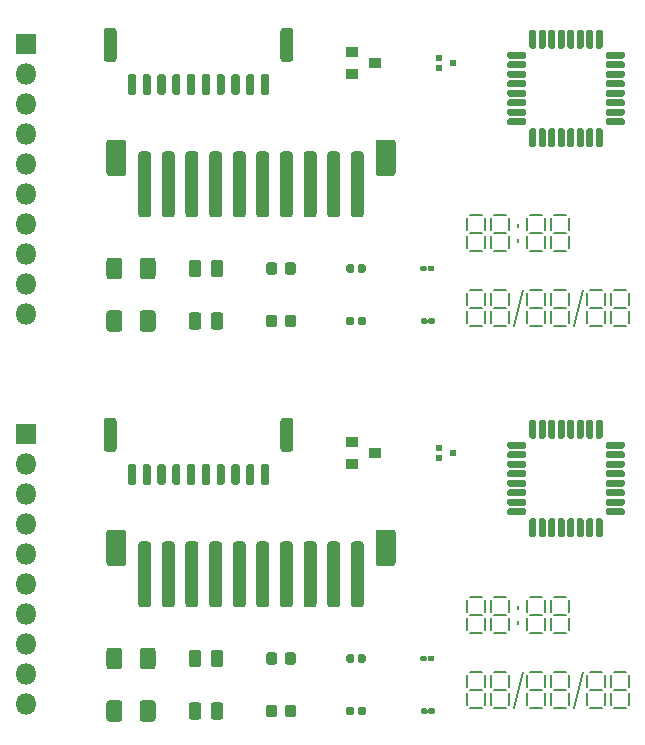
<source format=gbr>
%TF.GenerationSoftware,KiCad,Pcbnew,5.1.6-c6e7f7d~87~ubuntu20.04.1*%
%TF.CreationDate,2020-08-30T17:45:41-04:00*%
%TF.ProjectId,noob_tester,6e6f6f62-5f74-4657-9374-65722e6b6963,rev?*%
%TF.SameCoordinates,Original*%
%TF.FileFunction,Soldermask,Top*%
%TF.FilePolarity,Negative*%
%FSLAX46Y46*%
G04 Gerber Fmt 4.6, Leading zero omitted, Abs format (unit mm)*
G04 Created by KiCad (PCBNEW 5.1.6-c6e7f7d~87~ubuntu20.04.1) date 2020-08-30 17:45:41*
%MOMM*%
%LPD*%
G01*
G04 APERTURE LIST*
%ADD10C,0.150000*%
%ADD11O,1.800000X1.800000*%
%ADD12R,1.800000X1.800000*%
%ADD13R,1.000000X0.900000*%
%ADD14R,0.550000X0.500000*%
%ADD15R,0.550000X0.600000*%
G04 APERTURE END LIST*
D10*
X140716000Y-116205000D02*
X140716000Y-116459000D01*
X140716000Y-114935000D02*
X140716000Y-115189000D01*
X141097000Y-120523000D02*
X140335000Y-123571000D01*
X146177000Y-120523000D02*
X145415000Y-123571000D01*
X148590000Y-120777000D02*
X148590000Y-121793000D01*
X148844000Y-123571000D02*
X149860000Y-123571000D01*
X148590000Y-122301000D02*
X148590000Y-123317000D01*
X148844000Y-122047000D02*
X149860000Y-122047000D01*
X150114000Y-122301000D02*
X150114000Y-123317000D01*
X150114000Y-120777000D02*
X150114000Y-121793000D01*
X148844000Y-120523000D02*
X149860000Y-120523000D01*
X146558000Y-120777000D02*
X146558000Y-121793000D01*
X146812000Y-123571000D02*
X147828000Y-123571000D01*
X146558000Y-122301000D02*
X146558000Y-123317000D01*
X146812000Y-122047000D02*
X147828000Y-122047000D01*
X148082000Y-122301000D02*
X148082000Y-123317000D01*
X148082000Y-120777000D02*
X148082000Y-121793000D01*
X146812000Y-120523000D02*
X147828000Y-120523000D01*
X143510000Y-120777000D02*
X143510000Y-121793000D01*
X143764000Y-123571000D02*
X144780000Y-123571000D01*
X143510000Y-122301000D02*
X143510000Y-123317000D01*
X143764000Y-122047000D02*
X144780000Y-122047000D01*
X145034000Y-122301000D02*
X145034000Y-123317000D01*
X145034000Y-120777000D02*
X145034000Y-121793000D01*
X143764000Y-120523000D02*
X144780000Y-120523000D01*
X141478000Y-120777000D02*
X141478000Y-121793000D01*
X141732000Y-123571000D02*
X142748000Y-123571000D01*
X141478000Y-122301000D02*
X141478000Y-123317000D01*
X141732000Y-122047000D02*
X142748000Y-122047000D01*
X143002000Y-122301000D02*
X143002000Y-123317000D01*
X143002000Y-120777000D02*
X143002000Y-121793000D01*
X141732000Y-120523000D02*
X142748000Y-120523000D01*
X138430000Y-120777000D02*
X138430000Y-121793000D01*
X138684000Y-123571000D02*
X139700000Y-123571000D01*
X138430000Y-122301000D02*
X138430000Y-123317000D01*
X138684000Y-122047000D02*
X139700000Y-122047000D01*
X139954000Y-122301000D02*
X139954000Y-123317000D01*
X139954000Y-120777000D02*
X139954000Y-121793000D01*
X138684000Y-120523000D02*
X139700000Y-120523000D01*
X136398000Y-120777000D02*
X136398000Y-121793000D01*
X136652000Y-123571000D02*
X137668000Y-123571000D01*
X136398000Y-122301000D02*
X136398000Y-123317000D01*
X136652000Y-122047000D02*
X137668000Y-122047000D01*
X137922000Y-122301000D02*
X137922000Y-123317000D01*
X137922000Y-120777000D02*
X137922000Y-121793000D01*
X136652000Y-120523000D02*
X137668000Y-120523000D01*
X143510000Y-114427000D02*
X143510000Y-115443000D01*
X143764000Y-117221000D02*
X144780000Y-117221000D01*
X143510000Y-115951000D02*
X143510000Y-116967000D01*
X143764000Y-115697000D02*
X144780000Y-115697000D01*
X145034000Y-115951000D02*
X145034000Y-116967000D01*
X145034000Y-114427000D02*
X145034000Y-115443000D01*
X143764000Y-114173000D02*
X144780000Y-114173000D01*
X141478000Y-114427000D02*
X141478000Y-115443000D01*
X141732000Y-117221000D02*
X142748000Y-117221000D01*
X141478000Y-115951000D02*
X141478000Y-116967000D01*
X141732000Y-115697000D02*
X142748000Y-115697000D01*
X143002000Y-115951000D02*
X143002000Y-116967000D01*
X143002000Y-114427000D02*
X143002000Y-115443000D01*
X141732000Y-114173000D02*
X142748000Y-114173000D01*
X138430000Y-114427000D02*
X138430000Y-115443000D01*
X138684000Y-117221000D02*
X139700000Y-117221000D01*
X138430000Y-115951000D02*
X138430000Y-116967000D01*
X138684000Y-115697000D02*
X139700000Y-115697000D01*
X139954000Y-115951000D02*
X139954000Y-116967000D01*
X139954000Y-114427000D02*
X139954000Y-115443000D01*
X138684000Y-114173000D02*
X139700000Y-114173000D01*
X136398000Y-114427000D02*
X136398000Y-115443000D01*
X136652000Y-117221000D02*
X137668000Y-117221000D01*
X136398000Y-115951000D02*
X136398000Y-116967000D01*
X136652000Y-115697000D02*
X137668000Y-115697000D01*
X137922000Y-115951000D02*
X137922000Y-116967000D01*
X137922000Y-114427000D02*
X137922000Y-115443000D01*
X136652000Y-114173000D02*
X137668000Y-114173000D01*
X140716000Y-83820000D02*
X140716000Y-84074000D01*
X140716000Y-82550000D02*
X140716000Y-82804000D01*
X141097000Y-88138000D02*
X140335000Y-91186000D01*
X146177000Y-88138000D02*
X145415000Y-91186000D01*
X148590000Y-88392000D02*
X148590000Y-89408000D01*
X148844000Y-91186000D02*
X149860000Y-91186000D01*
X148590000Y-89916000D02*
X148590000Y-90932000D01*
X148844000Y-89662000D02*
X149860000Y-89662000D01*
X150114000Y-89916000D02*
X150114000Y-90932000D01*
X150114000Y-88392000D02*
X150114000Y-89408000D01*
X148844000Y-88138000D02*
X149860000Y-88138000D01*
X146558000Y-88392000D02*
X146558000Y-89408000D01*
X146812000Y-91186000D02*
X147828000Y-91186000D01*
X146558000Y-89916000D02*
X146558000Y-90932000D01*
X146812000Y-89662000D02*
X147828000Y-89662000D01*
X148082000Y-89916000D02*
X148082000Y-90932000D01*
X148082000Y-88392000D02*
X148082000Y-89408000D01*
X146812000Y-88138000D02*
X147828000Y-88138000D01*
X143510000Y-88392000D02*
X143510000Y-89408000D01*
X143764000Y-91186000D02*
X144780000Y-91186000D01*
X143510000Y-89916000D02*
X143510000Y-90932000D01*
X143764000Y-89662000D02*
X144780000Y-89662000D01*
X145034000Y-89916000D02*
X145034000Y-90932000D01*
X145034000Y-88392000D02*
X145034000Y-89408000D01*
X143764000Y-88138000D02*
X144780000Y-88138000D01*
X141478000Y-88392000D02*
X141478000Y-89408000D01*
X141732000Y-91186000D02*
X142748000Y-91186000D01*
X141478000Y-89916000D02*
X141478000Y-90932000D01*
X141732000Y-89662000D02*
X142748000Y-89662000D01*
X143002000Y-89916000D02*
X143002000Y-90932000D01*
X143002000Y-88392000D02*
X143002000Y-89408000D01*
X141732000Y-88138000D02*
X142748000Y-88138000D01*
X138430000Y-88392000D02*
X138430000Y-89408000D01*
X138684000Y-91186000D02*
X139700000Y-91186000D01*
X138430000Y-89916000D02*
X138430000Y-90932000D01*
X138684000Y-89662000D02*
X139700000Y-89662000D01*
X139954000Y-89916000D02*
X139954000Y-90932000D01*
X139954000Y-88392000D02*
X139954000Y-89408000D01*
X138684000Y-88138000D02*
X139700000Y-88138000D01*
X136398000Y-88392000D02*
X136398000Y-89408000D01*
X136652000Y-91186000D02*
X137668000Y-91186000D01*
X136398000Y-89916000D02*
X136398000Y-90932000D01*
X136652000Y-89662000D02*
X137668000Y-89662000D01*
X137922000Y-89916000D02*
X137922000Y-90932000D01*
X137922000Y-88392000D02*
X137922000Y-89408000D01*
X136652000Y-88138000D02*
X137668000Y-88138000D01*
X136398000Y-82042000D02*
X136398000Y-83058000D01*
X136652000Y-84836000D02*
X137668000Y-84836000D01*
X136398000Y-83566000D02*
X136398000Y-84582000D01*
X136652000Y-83312000D02*
X137668000Y-83312000D01*
X137922000Y-83566000D02*
X137922000Y-84582000D01*
X137922000Y-82042000D02*
X137922000Y-83058000D01*
X136652000Y-81788000D02*
X137668000Y-81788000D01*
X138430000Y-82042000D02*
X138430000Y-83058000D01*
X138684000Y-84836000D02*
X139700000Y-84836000D01*
X138430000Y-83566000D02*
X138430000Y-84582000D01*
X138684000Y-83312000D02*
X139700000Y-83312000D01*
X139954000Y-83566000D02*
X139954000Y-84582000D01*
X139954000Y-82042000D02*
X139954000Y-83058000D01*
X138684000Y-81788000D02*
X139700000Y-81788000D01*
X143510000Y-82042000D02*
X143510000Y-83058000D01*
X143764000Y-84836000D02*
X144780000Y-84836000D01*
X143510000Y-83566000D02*
X143510000Y-84582000D01*
X143764000Y-83312000D02*
X144780000Y-83312000D01*
X145034000Y-83566000D02*
X145034000Y-84582000D01*
X145034000Y-82042000D02*
X145034000Y-83058000D01*
X143764000Y-81788000D02*
X144780000Y-81788000D01*
X141732000Y-84836000D02*
X142748000Y-84836000D01*
X141478000Y-83566000D02*
X141478000Y-84582000D01*
X143002000Y-83566000D02*
X143002000Y-84582000D01*
X141732000Y-83312000D02*
X142748000Y-83312000D01*
X141478000Y-82042000D02*
X141478000Y-83058000D01*
X143002000Y-82042000D02*
X143002000Y-83058000D01*
X141732000Y-81788000D02*
X142748000Y-81788000D01*
%TO.C,U1b*%
G36*
G01*
X139805000Y-101490000D02*
X139805000Y-101190000D01*
G75*
G02*
X139955000Y-101040000I150000J0D01*
G01*
X141255000Y-101040000D01*
G75*
G02*
X141405000Y-101190000I0J-150000D01*
G01*
X141405000Y-101490000D01*
G75*
G02*
X141255000Y-101640000I-150000J0D01*
G01*
X139955000Y-101640000D01*
G75*
G02*
X139805000Y-101490000I0J150000D01*
G01*
G37*
G36*
G01*
X139805000Y-102290000D02*
X139805000Y-101990000D01*
G75*
G02*
X139955000Y-101840000I150000J0D01*
G01*
X141255000Y-101840000D01*
G75*
G02*
X141405000Y-101990000I0J-150000D01*
G01*
X141405000Y-102290000D01*
G75*
G02*
X141255000Y-102440000I-150000J0D01*
G01*
X139955000Y-102440000D01*
G75*
G02*
X139805000Y-102290000I0J150000D01*
G01*
G37*
G36*
G01*
X139805000Y-103090000D02*
X139805000Y-102790000D01*
G75*
G02*
X139955000Y-102640000I150000J0D01*
G01*
X141255000Y-102640000D01*
G75*
G02*
X141405000Y-102790000I0J-150000D01*
G01*
X141405000Y-103090000D01*
G75*
G02*
X141255000Y-103240000I-150000J0D01*
G01*
X139955000Y-103240000D01*
G75*
G02*
X139805000Y-103090000I0J150000D01*
G01*
G37*
G36*
G01*
X139805000Y-103890000D02*
X139805000Y-103590000D01*
G75*
G02*
X139955000Y-103440000I150000J0D01*
G01*
X141255000Y-103440000D01*
G75*
G02*
X141405000Y-103590000I0J-150000D01*
G01*
X141405000Y-103890000D01*
G75*
G02*
X141255000Y-104040000I-150000J0D01*
G01*
X139955000Y-104040000D01*
G75*
G02*
X139805000Y-103890000I0J150000D01*
G01*
G37*
G36*
G01*
X139805000Y-104690000D02*
X139805000Y-104390000D01*
G75*
G02*
X139955000Y-104240000I150000J0D01*
G01*
X141255000Y-104240000D01*
G75*
G02*
X141405000Y-104390000I0J-150000D01*
G01*
X141405000Y-104690000D01*
G75*
G02*
X141255000Y-104840000I-150000J0D01*
G01*
X139955000Y-104840000D01*
G75*
G02*
X139805000Y-104690000I0J150000D01*
G01*
G37*
G36*
G01*
X139805000Y-105490000D02*
X139805000Y-105190000D01*
G75*
G02*
X139955000Y-105040000I150000J0D01*
G01*
X141255000Y-105040000D01*
G75*
G02*
X141405000Y-105190000I0J-150000D01*
G01*
X141405000Y-105490000D01*
G75*
G02*
X141255000Y-105640000I-150000J0D01*
G01*
X139955000Y-105640000D01*
G75*
G02*
X139805000Y-105490000I0J150000D01*
G01*
G37*
G36*
G01*
X139805000Y-106290000D02*
X139805000Y-105990000D01*
G75*
G02*
X139955000Y-105840000I150000J0D01*
G01*
X141255000Y-105840000D01*
G75*
G02*
X141405000Y-105990000I0J-150000D01*
G01*
X141405000Y-106290000D01*
G75*
G02*
X141255000Y-106440000I-150000J0D01*
G01*
X139955000Y-106440000D01*
G75*
G02*
X139805000Y-106290000I0J150000D01*
G01*
G37*
G36*
G01*
X139805000Y-107090000D02*
X139805000Y-106790000D01*
G75*
G02*
X139955000Y-106640000I150000J0D01*
G01*
X141255000Y-106640000D01*
G75*
G02*
X141405000Y-106790000I0J-150000D01*
G01*
X141405000Y-107090000D01*
G75*
G02*
X141255000Y-107240000I-150000J0D01*
G01*
X139955000Y-107240000D01*
G75*
G02*
X139805000Y-107090000I0J150000D01*
G01*
G37*
G36*
G01*
X141680000Y-108965000D02*
X141680000Y-107665000D01*
G75*
G02*
X141830000Y-107515000I150000J0D01*
G01*
X142130000Y-107515000D01*
G75*
G02*
X142280000Y-107665000I0J-150000D01*
G01*
X142280000Y-108965000D01*
G75*
G02*
X142130000Y-109115000I-150000J0D01*
G01*
X141830000Y-109115000D01*
G75*
G02*
X141680000Y-108965000I0J150000D01*
G01*
G37*
G36*
G01*
X142480000Y-108965000D02*
X142480000Y-107665000D01*
G75*
G02*
X142630000Y-107515000I150000J0D01*
G01*
X142930000Y-107515000D01*
G75*
G02*
X143080000Y-107665000I0J-150000D01*
G01*
X143080000Y-108965000D01*
G75*
G02*
X142930000Y-109115000I-150000J0D01*
G01*
X142630000Y-109115000D01*
G75*
G02*
X142480000Y-108965000I0J150000D01*
G01*
G37*
G36*
G01*
X143280000Y-108965000D02*
X143280000Y-107665000D01*
G75*
G02*
X143430000Y-107515000I150000J0D01*
G01*
X143730000Y-107515000D01*
G75*
G02*
X143880000Y-107665000I0J-150000D01*
G01*
X143880000Y-108965000D01*
G75*
G02*
X143730000Y-109115000I-150000J0D01*
G01*
X143430000Y-109115000D01*
G75*
G02*
X143280000Y-108965000I0J150000D01*
G01*
G37*
G36*
G01*
X144080000Y-108965000D02*
X144080000Y-107665000D01*
G75*
G02*
X144230000Y-107515000I150000J0D01*
G01*
X144530000Y-107515000D01*
G75*
G02*
X144680000Y-107665000I0J-150000D01*
G01*
X144680000Y-108965000D01*
G75*
G02*
X144530000Y-109115000I-150000J0D01*
G01*
X144230000Y-109115000D01*
G75*
G02*
X144080000Y-108965000I0J150000D01*
G01*
G37*
G36*
G01*
X144880000Y-108965000D02*
X144880000Y-107665000D01*
G75*
G02*
X145030000Y-107515000I150000J0D01*
G01*
X145330000Y-107515000D01*
G75*
G02*
X145480000Y-107665000I0J-150000D01*
G01*
X145480000Y-108965000D01*
G75*
G02*
X145330000Y-109115000I-150000J0D01*
G01*
X145030000Y-109115000D01*
G75*
G02*
X144880000Y-108965000I0J150000D01*
G01*
G37*
G36*
G01*
X145680000Y-108965000D02*
X145680000Y-107665000D01*
G75*
G02*
X145830000Y-107515000I150000J0D01*
G01*
X146130000Y-107515000D01*
G75*
G02*
X146280000Y-107665000I0J-150000D01*
G01*
X146280000Y-108965000D01*
G75*
G02*
X146130000Y-109115000I-150000J0D01*
G01*
X145830000Y-109115000D01*
G75*
G02*
X145680000Y-108965000I0J150000D01*
G01*
G37*
G36*
G01*
X146480000Y-108965000D02*
X146480000Y-107665000D01*
G75*
G02*
X146630000Y-107515000I150000J0D01*
G01*
X146930000Y-107515000D01*
G75*
G02*
X147080000Y-107665000I0J-150000D01*
G01*
X147080000Y-108965000D01*
G75*
G02*
X146930000Y-109115000I-150000J0D01*
G01*
X146630000Y-109115000D01*
G75*
G02*
X146480000Y-108965000I0J150000D01*
G01*
G37*
G36*
G01*
X147280000Y-108965000D02*
X147280000Y-107665000D01*
G75*
G02*
X147430000Y-107515000I150000J0D01*
G01*
X147730000Y-107515000D01*
G75*
G02*
X147880000Y-107665000I0J-150000D01*
G01*
X147880000Y-108965000D01*
G75*
G02*
X147730000Y-109115000I-150000J0D01*
G01*
X147430000Y-109115000D01*
G75*
G02*
X147280000Y-108965000I0J150000D01*
G01*
G37*
G36*
G01*
X148155000Y-107090000D02*
X148155000Y-106790000D01*
G75*
G02*
X148305000Y-106640000I150000J0D01*
G01*
X149605000Y-106640000D01*
G75*
G02*
X149755000Y-106790000I0J-150000D01*
G01*
X149755000Y-107090000D01*
G75*
G02*
X149605000Y-107240000I-150000J0D01*
G01*
X148305000Y-107240000D01*
G75*
G02*
X148155000Y-107090000I0J150000D01*
G01*
G37*
G36*
G01*
X148155000Y-106290000D02*
X148155000Y-105990000D01*
G75*
G02*
X148305000Y-105840000I150000J0D01*
G01*
X149605000Y-105840000D01*
G75*
G02*
X149755000Y-105990000I0J-150000D01*
G01*
X149755000Y-106290000D01*
G75*
G02*
X149605000Y-106440000I-150000J0D01*
G01*
X148305000Y-106440000D01*
G75*
G02*
X148155000Y-106290000I0J150000D01*
G01*
G37*
G36*
G01*
X148155000Y-105490000D02*
X148155000Y-105190000D01*
G75*
G02*
X148305000Y-105040000I150000J0D01*
G01*
X149605000Y-105040000D01*
G75*
G02*
X149755000Y-105190000I0J-150000D01*
G01*
X149755000Y-105490000D01*
G75*
G02*
X149605000Y-105640000I-150000J0D01*
G01*
X148305000Y-105640000D01*
G75*
G02*
X148155000Y-105490000I0J150000D01*
G01*
G37*
G36*
G01*
X148155000Y-104690000D02*
X148155000Y-104390000D01*
G75*
G02*
X148305000Y-104240000I150000J0D01*
G01*
X149605000Y-104240000D01*
G75*
G02*
X149755000Y-104390000I0J-150000D01*
G01*
X149755000Y-104690000D01*
G75*
G02*
X149605000Y-104840000I-150000J0D01*
G01*
X148305000Y-104840000D01*
G75*
G02*
X148155000Y-104690000I0J150000D01*
G01*
G37*
G36*
G01*
X148155000Y-103890000D02*
X148155000Y-103590000D01*
G75*
G02*
X148305000Y-103440000I150000J0D01*
G01*
X149605000Y-103440000D01*
G75*
G02*
X149755000Y-103590000I0J-150000D01*
G01*
X149755000Y-103890000D01*
G75*
G02*
X149605000Y-104040000I-150000J0D01*
G01*
X148305000Y-104040000D01*
G75*
G02*
X148155000Y-103890000I0J150000D01*
G01*
G37*
G36*
G01*
X148155000Y-103090000D02*
X148155000Y-102790000D01*
G75*
G02*
X148305000Y-102640000I150000J0D01*
G01*
X149605000Y-102640000D01*
G75*
G02*
X149755000Y-102790000I0J-150000D01*
G01*
X149755000Y-103090000D01*
G75*
G02*
X149605000Y-103240000I-150000J0D01*
G01*
X148305000Y-103240000D01*
G75*
G02*
X148155000Y-103090000I0J150000D01*
G01*
G37*
G36*
G01*
X148155000Y-102290000D02*
X148155000Y-101990000D01*
G75*
G02*
X148305000Y-101840000I150000J0D01*
G01*
X149605000Y-101840000D01*
G75*
G02*
X149755000Y-101990000I0J-150000D01*
G01*
X149755000Y-102290000D01*
G75*
G02*
X149605000Y-102440000I-150000J0D01*
G01*
X148305000Y-102440000D01*
G75*
G02*
X148155000Y-102290000I0J150000D01*
G01*
G37*
G36*
G01*
X148155000Y-101490000D02*
X148155000Y-101190000D01*
G75*
G02*
X148305000Y-101040000I150000J0D01*
G01*
X149605000Y-101040000D01*
G75*
G02*
X149755000Y-101190000I0J-150000D01*
G01*
X149755000Y-101490000D01*
G75*
G02*
X149605000Y-101640000I-150000J0D01*
G01*
X148305000Y-101640000D01*
G75*
G02*
X148155000Y-101490000I0J150000D01*
G01*
G37*
G36*
G01*
X147280000Y-100615000D02*
X147280000Y-99315000D01*
G75*
G02*
X147430000Y-99165000I150000J0D01*
G01*
X147730000Y-99165000D01*
G75*
G02*
X147880000Y-99315000I0J-150000D01*
G01*
X147880000Y-100615000D01*
G75*
G02*
X147730000Y-100765000I-150000J0D01*
G01*
X147430000Y-100765000D01*
G75*
G02*
X147280000Y-100615000I0J150000D01*
G01*
G37*
G36*
G01*
X146480000Y-100615000D02*
X146480000Y-99315000D01*
G75*
G02*
X146630000Y-99165000I150000J0D01*
G01*
X146930000Y-99165000D01*
G75*
G02*
X147080000Y-99315000I0J-150000D01*
G01*
X147080000Y-100615000D01*
G75*
G02*
X146930000Y-100765000I-150000J0D01*
G01*
X146630000Y-100765000D01*
G75*
G02*
X146480000Y-100615000I0J150000D01*
G01*
G37*
G36*
G01*
X145680000Y-100615000D02*
X145680000Y-99315000D01*
G75*
G02*
X145830000Y-99165000I150000J0D01*
G01*
X146130000Y-99165000D01*
G75*
G02*
X146280000Y-99315000I0J-150000D01*
G01*
X146280000Y-100615000D01*
G75*
G02*
X146130000Y-100765000I-150000J0D01*
G01*
X145830000Y-100765000D01*
G75*
G02*
X145680000Y-100615000I0J150000D01*
G01*
G37*
G36*
G01*
X144880000Y-100615000D02*
X144880000Y-99315000D01*
G75*
G02*
X145030000Y-99165000I150000J0D01*
G01*
X145330000Y-99165000D01*
G75*
G02*
X145480000Y-99315000I0J-150000D01*
G01*
X145480000Y-100615000D01*
G75*
G02*
X145330000Y-100765000I-150000J0D01*
G01*
X145030000Y-100765000D01*
G75*
G02*
X144880000Y-100615000I0J150000D01*
G01*
G37*
G36*
G01*
X144080000Y-100615000D02*
X144080000Y-99315000D01*
G75*
G02*
X144230000Y-99165000I150000J0D01*
G01*
X144530000Y-99165000D01*
G75*
G02*
X144680000Y-99315000I0J-150000D01*
G01*
X144680000Y-100615000D01*
G75*
G02*
X144530000Y-100765000I-150000J0D01*
G01*
X144230000Y-100765000D01*
G75*
G02*
X144080000Y-100615000I0J150000D01*
G01*
G37*
G36*
G01*
X143280000Y-100615000D02*
X143280000Y-99315000D01*
G75*
G02*
X143430000Y-99165000I150000J0D01*
G01*
X143730000Y-99165000D01*
G75*
G02*
X143880000Y-99315000I0J-150000D01*
G01*
X143880000Y-100615000D01*
G75*
G02*
X143730000Y-100765000I-150000J0D01*
G01*
X143430000Y-100765000D01*
G75*
G02*
X143280000Y-100615000I0J150000D01*
G01*
G37*
G36*
G01*
X142480000Y-100615000D02*
X142480000Y-99315000D01*
G75*
G02*
X142630000Y-99165000I150000J0D01*
G01*
X142930000Y-99165000D01*
G75*
G02*
X143080000Y-99315000I0J-150000D01*
G01*
X143080000Y-100615000D01*
G75*
G02*
X142930000Y-100765000I-150000J0D01*
G01*
X142630000Y-100765000D01*
G75*
G02*
X142480000Y-100615000I0J150000D01*
G01*
G37*
G36*
G01*
X141680000Y-100615000D02*
X141680000Y-99315000D01*
G75*
G02*
X141830000Y-99165000I150000J0D01*
G01*
X142130000Y-99165000D01*
G75*
G02*
X142280000Y-99315000I0J-150000D01*
G01*
X142280000Y-100615000D01*
G75*
G02*
X142130000Y-100765000I-150000J0D01*
G01*
X141830000Y-100765000D01*
G75*
G02*
X141680000Y-100615000I0J150000D01*
G01*
G37*
%TD*%
%TO.C,U1a*%
G36*
G01*
X141680000Y-67595000D02*
X141680000Y-66295000D01*
G75*
G02*
X141830000Y-66145000I150000J0D01*
G01*
X142130000Y-66145000D01*
G75*
G02*
X142280000Y-66295000I0J-150000D01*
G01*
X142280000Y-67595000D01*
G75*
G02*
X142130000Y-67745000I-150000J0D01*
G01*
X141830000Y-67745000D01*
G75*
G02*
X141680000Y-67595000I0J150000D01*
G01*
G37*
G36*
G01*
X142480000Y-67595000D02*
X142480000Y-66295000D01*
G75*
G02*
X142630000Y-66145000I150000J0D01*
G01*
X142930000Y-66145000D01*
G75*
G02*
X143080000Y-66295000I0J-150000D01*
G01*
X143080000Y-67595000D01*
G75*
G02*
X142930000Y-67745000I-150000J0D01*
G01*
X142630000Y-67745000D01*
G75*
G02*
X142480000Y-67595000I0J150000D01*
G01*
G37*
G36*
G01*
X143280000Y-67595000D02*
X143280000Y-66295000D01*
G75*
G02*
X143430000Y-66145000I150000J0D01*
G01*
X143730000Y-66145000D01*
G75*
G02*
X143880000Y-66295000I0J-150000D01*
G01*
X143880000Y-67595000D01*
G75*
G02*
X143730000Y-67745000I-150000J0D01*
G01*
X143430000Y-67745000D01*
G75*
G02*
X143280000Y-67595000I0J150000D01*
G01*
G37*
G36*
G01*
X144080000Y-67595000D02*
X144080000Y-66295000D01*
G75*
G02*
X144230000Y-66145000I150000J0D01*
G01*
X144530000Y-66145000D01*
G75*
G02*
X144680000Y-66295000I0J-150000D01*
G01*
X144680000Y-67595000D01*
G75*
G02*
X144530000Y-67745000I-150000J0D01*
G01*
X144230000Y-67745000D01*
G75*
G02*
X144080000Y-67595000I0J150000D01*
G01*
G37*
G36*
G01*
X144880000Y-67595000D02*
X144880000Y-66295000D01*
G75*
G02*
X145030000Y-66145000I150000J0D01*
G01*
X145330000Y-66145000D01*
G75*
G02*
X145480000Y-66295000I0J-150000D01*
G01*
X145480000Y-67595000D01*
G75*
G02*
X145330000Y-67745000I-150000J0D01*
G01*
X145030000Y-67745000D01*
G75*
G02*
X144880000Y-67595000I0J150000D01*
G01*
G37*
G36*
G01*
X145680000Y-67595000D02*
X145680000Y-66295000D01*
G75*
G02*
X145830000Y-66145000I150000J0D01*
G01*
X146130000Y-66145000D01*
G75*
G02*
X146280000Y-66295000I0J-150000D01*
G01*
X146280000Y-67595000D01*
G75*
G02*
X146130000Y-67745000I-150000J0D01*
G01*
X145830000Y-67745000D01*
G75*
G02*
X145680000Y-67595000I0J150000D01*
G01*
G37*
G36*
G01*
X146480000Y-67595000D02*
X146480000Y-66295000D01*
G75*
G02*
X146630000Y-66145000I150000J0D01*
G01*
X146930000Y-66145000D01*
G75*
G02*
X147080000Y-66295000I0J-150000D01*
G01*
X147080000Y-67595000D01*
G75*
G02*
X146930000Y-67745000I-150000J0D01*
G01*
X146630000Y-67745000D01*
G75*
G02*
X146480000Y-67595000I0J150000D01*
G01*
G37*
G36*
G01*
X147280000Y-67595000D02*
X147280000Y-66295000D01*
G75*
G02*
X147430000Y-66145000I150000J0D01*
G01*
X147730000Y-66145000D01*
G75*
G02*
X147880000Y-66295000I0J-150000D01*
G01*
X147880000Y-67595000D01*
G75*
G02*
X147730000Y-67745000I-150000J0D01*
G01*
X147430000Y-67745000D01*
G75*
G02*
X147280000Y-67595000I0J150000D01*
G01*
G37*
G36*
G01*
X148155000Y-68470000D02*
X148155000Y-68170000D01*
G75*
G02*
X148305000Y-68020000I150000J0D01*
G01*
X149605000Y-68020000D01*
G75*
G02*
X149755000Y-68170000I0J-150000D01*
G01*
X149755000Y-68470000D01*
G75*
G02*
X149605000Y-68620000I-150000J0D01*
G01*
X148305000Y-68620000D01*
G75*
G02*
X148155000Y-68470000I0J150000D01*
G01*
G37*
G36*
G01*
X148155000Y-69270000D02*
X148155000Y-68970000D01*
G75*
G02*
X148305000Y-68820000I150000J0D01*
G01*
X149605000Y-68820000D01*
G75*
G02*
X149755000Y-68970000I0J-150000D01*
G01*
X149755000Y-69270000D01*
G75*
G02*
X149605000Y-69420000I-150000J0D01*
G01*
X148305000Y-69420000D01*
G75*
G02*
X148155000Y-69270000I0J150000D01*
G01*
G37*
G36*
G01*
X148155000Y-70070000D02*
X148155000Y-69770000D01*
G75*
G02*
X148305000Y-69620000I150000J0D01*
G01*
X149605000Y-69620000D01*
G75*
G02*
X149755000Y-69770000I0J-150000D01*
G01*
X149755000Y-70070000D01*
G75*
G02*
X149605000Y-70220000I-150000J0D01*
G01*
X148305000Y-70220000D01*
G75*
G02*
X148155000Y-70070000I0J150000D01*
G01*
G37*
G36*
G01*
X148155000Y-70870000D02*
X148155000Y-70570000D01*
G75*
G02*
X148305000Y-70420000I150000J0D01*
G01*
X149605000Y-70420000D01*
G75*
G02*
X149755000Y-70570000I0J-150000D01*
G01*
X149755000Y-70870000D01*
G75*
G02*
X149605000Y-71020000I-150000J0D01*
G01*
X148305000Y-71020000D01*
G75*
G02*
X148155000Y-70870000I0J150000D01*
G01*
G37*
G36*
G01*
X148155000Y-71670000D02*
X148155000Y-71370000D01*
G75*
G02*
X148305000Y-71220000I150000J0D01*
G01*
X149605000Y-71220000D01*
G75*
G02*
X149755000Y-71370000I0J-150000D01*
G01*
X149755000Y-71670000D01*
G75*
G02*
X149605000Y-71820000I-150000J0D01*
G01*
X148305000Y-71820000D01*
G75*
G02*
X148155000Y-71670000I0J150000D01*
G01*
G37*
G36*
G01*
X148155000Y-72470000D02*
X148155000Y-72170000D01*
G75*
G02*
X148305000Y-72020000I150000J0D01*
G01*
X149605000Y-72020000D01*
G75*
G02*
X149755000Y-72170000I0J-150000D01*
G01*
X149755000Y-72470000D01*
G75*
G02*
X149605000Y-72620000I-150000J0D01*
G01*
X148305000Y-72620000D01*
G75*
G02*
X148155000Y-72470000I0J150000D01*
G01*
G37*
G36*
G01*
X148155000Y-73270000D02*
X148155000Y-72970000D01*
G75*
G02*
X148305000Y-72820000I150000J0D01*
G01*
X149605000Y-72820000D01*
G75*
G02*
X149755000Y-72970000I0J-150000D01*
G01*
X149755000Y-73270000D01*
G75*
G02*
X149605000Y-73420000I-150000J0D01*
G01*
X148305000Y-73420000D01*
G75*
G02*
X148155000Y-73270000I0J150000D01*
G01*
G37*
G36*
G01*
X148155000Y-74070000D02*
X148155000Y-73770000D01*
G75*
G02*
X148305000Y-73620000I150000J0D01*
G01*
X149605000Y-73620000D01*
G75*
G02*
X149755000Y-73770000I0J-150000D01*
G01*
X149755000Y-74070000D01*
G75*
G02*
X149605000Y-74220000I-150000J0D01*
G01*
X148305000Y-74220000D01*
G75*
G02*
X148155000Y-74070000I0J150000D01*
G01*
G37*
G36*
G01*
X147280000Y-75945000D02*
X147280000Y-74645000D01*
G75*
G02*
X147430000Y-74495000I150000J0D01*
G01*
X147730000Y-74495000D01*
G75*
G02*
X147880000Y-74645000I0J-150000D01*
G01*
X147880000Y-75945000D01*
G75*
G02*
X147730000Y-76095000I-150000J0D01*
G01*
X147430000Y-76095000D01*
G75*
G02*
X147280000Y-75945000I0J150000D01*
G01*
G37*
G36*
G01*
X146480000Y-75945000D02*
X146480000Y-74645000D01*
G75*
G02*
X146630000Y-74495000I150000J0D01*
G01*
X146930000Y-74495000D01*
G75*
G02*
X147080000Y-74645000I0J-150000D01*
G01*
X147080000Y-75945000D01*
G75*
G02*
X146930000Y-76095000I-150000J0D01*
G01*
X146630000Y-76095000D01*
G75*
G02*
X146480000Y-75945000I0J150000D01*
G01*
G37*
G36*
G01*
X145680000Y-75945000D02*
X145680000Y-74645000D01*
G75*
G02*
X145830000Y-74495000I150000J0D01*
G01*
X146130000Y-74495000D01*
G75*
G02*
X146280000Y-74645000I0J-150000D01*
G01*
X146280000Y-75945000D01*
G75*
G02*
X146130000Y-76095000I-150000J0D01*
G01*
X145830000Y-76095000D01*
G75*
G02*
X145680000Y-75945000I0J150000D01*
G01*
G37*
G36*
G01*
X144880000Y-75945000D02*
X144880000Y-74645000D01*
G75*
G02*
X145030000Y-74495000I150000J0D01*
G01*
X145330000Y-74495000D01*
G75*
G02*
X145480000Y-74645000I0J-150000D01*
G01*
X145480000Y-75945000D01*
G75*
G02*
X145330000Y-76095000I-150000J0D01*
G01*
X145030000Y-76095000D01*
G75*
G02*
X144880000Y-75945000I0J150000D01*
G01*
G37*
G36*
G01*
X144080000Y-75945000D02*
X144080000Y-74645000D01*
G75*
G02*
X144230000Y-74495000I150000J0D01*
G01*
X144530000Y-74495000D01*
G75*
G02*
X144680000Y-74645000I0J-150000D01*
G01*
X144680000Y-75945000D01*
G75*
G02*
X144530000Y-76095000I-150000J0D01*
G01*
X144230000Y-76095000D01*
G75*
G02*
X144080000Y-75945000I0J150000D01*
G01*
G37*
G36*
G01*
X143280000Y-75945000D02*
X143280000Y-74645000D01*
G75*
G02*
X143430000Y-74495000I150000J0D01*
G01*
X143730000Y-74495000D01*
G75*
G02*
X143880000Y-74645000I0J-150000D01*
G01*
X143880000Y-75945000D01*
G75*
G02*
X143730000Y-76095000I-150000J0D01*
G01*
X143430000Y-76095000D01*
G75*
G02*
X143280000Y-75945000I0J150000D01*
G01*
G37*
G36*
G01*
X142480000Y-75945000D02*
X142480000Y-74645000D01*
G75*
G02*
X142630000Y-74495000I150000J0D01*
G01*
X142930000Y-74495000D01*
G75*
G02*
X143080000Y-74645000I0J-150000D01*
G01*
X143080000Y-75945000D01*
G75*
G02*
X142930000Y-76095000I-150000J0D01*
G01*
X142630000Y-76095000D01*
G75*
G02*
X142480000Y-75945000I0J150000D01*
G01*
G37*
G36*
G01*
X141680000Y-75945000D02*
X141680000Y-74645000D01*
G75*
G02*
X141830000Y-74495000I150000J0D01*
G01*
X142130000Y-74495000D01*
G75*
G02*
X142280000Y-74645000I0J-150000D01*
G01*
X142280000Y-75945000D01*
G75*
G02*
X142130000Y-76095000I-150000J0D01*
G01*
X141830000Y-76095000D01*
G75*
G02*
X141680000Y-75945000I0J150000D01*
G01*
G37*
G36*
G01*
X139805000Y-74070000D02*
X139805000Y-73770000D01*
G75*
G02*
X139955000Y-73620000I150000J0D01*
G01*
X141255000Y-73620000D01*
G75*
G02*
X141405000Y-73770000I0J-150000D01*
G01*
X141405000Y-74070000D01*
G75*
G02*
X141255000Y-74220000I-150000J0D01*
G01*
X139955000Y-74220000D01*
G75*
G02*
X139805000Y-74070000I0J150000D01*
G01*
G37*
G36*
G01*
X139805000Y-73270000D02*
X139805000Y-72970000D01*
G75*
G02*
X139955000Y-72820000I150000J0D01*
G01*
X141255000Y-72820000D01*
G75*
G02*
X141405000Y-72970000I0J-150000D01*
G01*
X141405000Y-73270000D01*
G75*
G02*
X141255000Y-73420000I-150000J0D01*
G01*
X139955000Y-73420000D01*
G75*
G02*
X139805000Y-73270000I0J150000D01*
G01*
G37*
G36*
G01*
X139805000Y-72470000D02*
X139805000Y-72170000D01*
G75*
G02*
X139955000Y-72020000I150000J0D01*
G01*
X141255000Y-72020000D01*
G75*
G02*
X141405000Y-72170000I0J-150000D01*
G01*
X141405000Y-72470000D01*
G75*
G02*
X141255000Y-72620000I-150000J0D01*
G01*
X139955000Y-72620000D01*
G75*
G02*
X139805000Y-72470000I0J150000D01*
G01*
G37*
G36*
G01*
X139805000Y-71670000D02*
X139805000Y-71370000D01*
G75*
G02*
X139955000Y-71220000I150000J0D01*
G01*
X141255000Y-71220000D01*
G75*
G02*
X141405000Y-71370000I0J-150000D01*
G01*
X141405000Y-71670000D01*
G75*
G02*
X141255000Y-71820000I-150000J0D01*
G01*
X139955000Y-71820000D01*
G75*
G02*
X139805000Y-71670000I0J150000D01*
G01*
G37*
G36*
G01*
X139805000Y-70870000D02*
X139805000Y-70570000D01*
G75*
G02*
X139955000Y-70420000I150000J0D01*
G01*
X141255000Y-70420000D01*
G75*
G02*
X141405000Y-70570000I0J-150000D01*
G01*
X141405000Y-70870000D01*
G75*
G02*
X141255000Y-71020000I-150000J0D01*
G01*
X139955000Y-71020000D01*
G75*
G02*
X139805000Y-70870000I0J150000D01*
G01*
G37*
G36*
G01*
X139805000Y-70070000D02*
X139805000Y-69770000D01*
G75*
G02*
X139955000Y-69620000I150000J0D01*
G01*
X141255000Y-69620000D01*
G75*
G02*
X141405000Y-69770000I0J-150000D01*
G01*
X141405000Y-70070000D01*
G75*
G02*
X141255000Y-70220000I-150000J0D01*
G01*
X139955000Y-70220000D01*
G75*
G02*
X139805000Y-70070000I0J150000D01*
G01*
G37*
G36*
G01*
X139805000Y-69270000D02*
X139805000Y-68970000D01*
G75*
G02*
X139955000Y-68820000I150000J0D01*
G01*
X141255000Y-68820000D01*
G75*
G02*
X141405000Y-68970000I0J-150000D01*
G01*
X141405000Y-69270000D01*
G75*
G02*
X141255000Y-69420000I-150000J0D01*
G01*
X139955000Y-69420000D01*
G75*
G02*
X139805000Y-69270000I0J150000D01*
G01*
G37*
G36*
G01*
X139805000Y-68470000D02*
X139805000Y-68170000D01*
G75*
G02*
X139955000Y-68020000I150000J0D01*
G01*
X141255000Y-68020000D01*
G75*
G02*
X141405000Y-68170000I0J-150000D01*
G01*
X141405000Y-68470000D01*
G75*
G02*
X141255000Y-68620000I-150000J0D01*
G01*
X139955000Y-68620000D01*
G75*
G02*
X139805000Y-68470000I0J150000D01*
G01*
G37*
%TD*%
D11*
%TO.C,J1*%
X99060000Y-90170000D03*
X99060000Y-87630000D03*
X99060000Y-85090000D03*
X99060000Y-82550000D03*
X99060000Y-80010000D03*
X99060000Y-77470000D03*
X99060000Y-74930000D03*
X99060000Y-72390000D03*
X99060000Y-69850000D03*
D12*
X99060000Y-67310000D03*
%TD*%
%TO.C,J2*%
X99060000Y-100330000D03*
D11*
X99060000Y-102870000D03*
X99060000Y-105410000D03*
X99060000Y-107950000D03*
X99060000Y-110490000D03*
X99060000Y-113030000D03*
X99060000Y-115570000D03*
X99060000Y-118110000D03*
X99060000Y-120650000D03*
X99060000Y-123190000D03*
%TD*%
%TO.C,J3*%
G36*
G01*
X120590000Y-68609000D02*
X120590000Y-66259000D01*
G75*
G02*
X120865000Y-65984000I275000J0D01*
G01*
X121415000Y-65984000D01*
G75*
G02*
X121690000Y-66259000I0J-275000D01*
G01*
X121690000Y-68609000D01*
G75*
G02*
X121415000Y-68884000I-275000J0D01*
G01*
X120865000Y-68884000D01*
G75*
G02*
X120590000Y-68609000I0J275000D01*
G01*
G37*
G36*
G01*
X105640000Y-68609000D02*
X105640000Y-66259000D01*
G75*
G02*
X105915000Y-65984000I275000J0D01*
G01*
X106465000Y-65984000D01*
G75*
G02*
X106740000Y-66259000I0J-275000D01*
G01*
X106740000Y-68609000D01*
G75*
G02*
X106465000Y-68884000I-275000J0D01*
G01*
X105915000Y-68884000D01*
G75*
G02*
X105640000Y-68609000I0J275000D01*
G01*
G37*
G36*
G01*
X118940000Y-71509000D02*
X118940000Y-70059000D01*
G75*
G02*
X119115000Y-69884000I175000J0D01*
G01*
X119465000Y-69884000D01*
G75*
G02*
X119640000Y-70059000I0J-175000D01*
G01*
X119640000Y-71509000D01*
G75*
G02*
X119465000Y-71684000I-175000J0D01*
G01*
X119115000Y-71684000D01*
G75*
G02*
X118940000Y-71509000I0J175000D01*
G01*
G37*
G36*
G01*
X117690000Y-71509000D02*
X117690000Y-70059000D01*
G75*
G02*
X117865000Y-69884000I175000J0D01*
G01*
X118215000Y-69884000D01*
G75*
G02*
X118390000Y-70059000I0J-175000D01*
G01*
X118390000Y-71509000D01*
G75*
G02*
X118215000Y-71684000I-175000J0D01*
G01*
X117865000Y-71684000D01*
G75*
G02*
X117690000Y-71509000I0J175000D01*
G01*
G37*
G36*
G01*
X116440000Y-71509000D02*
X116440000Y-70059000D01*
G75*
G02*
X116615000Y-69884000I175000J0D01*
G01*
X116965000Y-69884000D01*
G75*
G02*
X117140000Y-70059000I0J-175000D01*
G01*
X117140000Y-71509000D01*
G75*
G02*
X116965000Y-71684000I-175000J0D01*
G01*
X116615000Y-71684000D01*
G75*
G02*
X116440000Y-71509000I0J175000D01*
G01*
G37*
G36*
G01*
X115190000Y-71509000D02*
X115190000Y-70059000D01*
G75*
G02*
X115365000Y-69884000I175000J0D01*
G01*
X115715000Y-69884000D01*
G75*
G02*
X115890000Y-70059000I0J-175000D01*
G01*
X115890000Y-71509000D01*
G75*
G02*
X115715000Y-71684000I-175000J0D01*
G01*
X115365000Y-71684000D01*
G75*
G02*
X115190000Y-71509000I0J175000D01*
G01*
G37*
G36*
G01*
X113940000Y-71509000D02*
X113940000Y-70059000D01*
G75*
G02*
X114115000Y-69884000I175000J0D01*
G01*
X114465000Y-69884000D01*
G75*
G02*
X114640000Y-70059000I0J-175000D01*
G01*
X114640000Y-71509000D01*
G75*
G02*
X114465000Y-71684000I-175000J0D01*
G01*
X114115000Y-71684000D01*
G75*
G02*
X113940000Y-71509000I0J175000D01*
G01*
G37*
G36*
G01*
X112690000Y-71509000D02*
X112690000Y-70059000D01*
G75*
G02*
X112865000Y-69884000I175000J0D01*
G01*
X113215000Y-69884000D01*
G75*
G02*
X113390000Y-70059000I0J-175000D01*
G01*
X113390000Y-71509000D01*
G75*
G02*
X113215000Y-71684000I-175000J0D01*
G01*
X112865000Y-71684000D01*
G75*
G02*
X112690000Y-71509000I0J175000D01*
G01*
G37*
G36*
G01*
X111440000Y-71509000D02*
X111440000Y-70059000D01*
G75*
G02*
X111615000Y-69884000I175000J0D01*
G01*
X111965000Y-69884000D01*
G75*
G02*
X112140000Y-70059000I0J-175000D01*
G01*
X112140000Y-71509000D01*
G75*
G02*
X111965000Y-71684000I-175000J0D01*
G01*
X111615000Y-71684000D01*
G75*
G02*
X111440000Y-71509000I0J175000D01*
G01*
G37*
G36*
G01*
X110190000Y-71509000D02*
X110190000Y-70059000D01*
G75*
G02*
X110365000Y-69884000I175000J0D01*
G01*
X110715000Y-69884000D01*
G75*
G02*
X110890000Y-70059000I0J-175000D01*
G01*
X110890000Y-71509000D01*
G75*
G02*
X110715000Y-71684000I-175000J0D01*
G01*
X110365000Y-71684000D01*
G75*
G02*
X110190000Y-71509000I0J175000D01*
G01*
G37*
G36*
G01*
X108940000Y-71509000D02*
X108940000Y-70059000D01*
G75*
G02*
X109115000Y-69884000I175000J0D01*
G01*
X109465000Y-69884000D01*
G75*
G02*
X109640000Y-70059000I0J-175000D01*
G01*
X109640000Y-71509000D01*
G75*
G02*
X109465000Y-71684000I-175000J0D01*
G01*
X109115000Y-71684000D01*
G75*
G02*
X108940000Y-71509000I0J175000D01*
G01*
G37*
G36*
G01*
X107690000Y-71509000D02*
X107690000Y-70059000D01*
G75*
G02*
X107865000Y-69884000I175000J0D01*
G01*
X108215000Y-69884000D01*
G75*
G02*
X108390000Y-70059000I0J-175000D01*
G01*
X108390000Y-71509000D01*
G75*
G02*
X108215000Y-71684000I-175000J0D01*
G01*
X107865000Y-71684000D01*
G75*
G02*
X107690000Y-71509000I0J175000D01*
G01*
G37*
%TD*%
%TO.C,J4*%
G36*
G01*
X107690000Y-104529000D02*
X107690000Y-103079000D01*
G75*
G02*
X107865000Y-102904000I175000J0D01*
G01*
X108215000Y-102904000D01*
G75*
G02*
X108390000Y-103079000I0J-175000D01*
G01*
X108390000Y-104529000D01*
G75*
G02*
X108215000Y-104704000I-175000J0D01*
G01*
X107865000Y-104704000D01*
G75*
G02*
X107690000Y-104529000I0J175000D01*
G01*
G37*
G36*
G01*
X108940000Y-104529000D02*
X108940000Y-103079000D01*
G75*
G02*
X109115000Y-102904000I175000J0D01*
G01*
X109465000Y-102904000D01*
G75*
G02*
X109640000Y-103079000I0J-175000D01*
G01*
X109640000Y-104529000D01*
G75*
G02*
X109465000Y-104704000I-175000J0D01*
G01*
X109115000Y-104704000D01*
G75*
G02*
X108940000Y-104529000I0J175000D01*
G01*
G37*
G36*
G01*
X110190000Y-104529000D02*
X110190000Y-103079000D01*
G75*
G02*
X110365000Y-102904000I175000J0D01*
G01*
X110715000Y-102904000D01*
G75*
G02*
X110890000Y-103079000I0J-175000D01*
G01*
X110890000Y-104529000D01*
G75*
G02*
X110715000Y-104704000I-175000J0D01*
G01*
X110365000Y-104704000D01*
G75*
G02*
X110190000Y-104529000I0J175000D01*
G01*
G37*
G36*
G01*
X111440000Y-104529000D02*
X111440000Y-103079000D01*
G75*
G02*
X111615000Y-102904000I175000J0D01*
G01*
X111965000Y-102904000D01*
G75*
G02*
X112140000Y-103079000I0J-175000D01*
G01*
X112140000Y-104529000D01*
G75*
G02*
X111965000Y-104704000I-175000J0D01*
G01*
X111615000Y-104704000D01*
G75*
G02*
X111440000Y-104529000I0J175000D01*
G01*
G37*
G36*
G01*
X112690000Y-104529000D02*
X112690000Y-103079000D01*
G75*
G02*
X112865000Y-102904000I175000J0D01*
G01*
X113215000Y-102904000D01*
G75*
G02*
X113390000Y-103079000I0J-175000D01*
G01*
X113390000Y-104529000D01*
G75*
G02*
X113215000Y-104704000I-175000J0D01*
G01*
X112865000Y-104704000D01*
G75*
G02*
X112690000Y-104529000I0J175000D01*
G01*
G37*
G36*
G01*
X113940000Y-104529000D02*
X113940000Y-103079000D01*
G75*
G02*
X114115000Y-102904000I175000J0D01*
G01*
X114465000Y-102904000D01*
G75*
G02*
X114640000Y-103079000I0J-175000D01*
G01*
X114640000Y-104529000D01*
G75*
G02*
X114465000Y-104704000I-175000J0D01*
G01*
X114115000Y-104704000D01*
G75*
G02*
X113940000Y-104529000I0J175000D01*
G01*
G37*
G36*
G01*
X115190000Y-104529000D02*
X115190000Y-103079000D01*
G75*
G02*
X115365000Y-102904000I175000J0D01*
G01*
X115715000Y-102904000D01*
G75*
G02*
X115890000Y-103079000I0J-175000D01*
G01*
X115890000Y-104529000D01*
G75*
G02*
X115715000Y-104704000I-175000J0D01*
G01*
X115365000Y-104704000D01*
G75*
G02*
X115190000Y-104529000I0J175000D01*
G01*
G37*
G36*
G01*
X116440000Y-104529000D02*
X116440000Y-103079000D01*
G75*
G02*
X116615000Y-102904000I175000J0D01*
G01*
X116965000Y-102904000D01*
G75*
G02*
X117140000Y-103079000I0J-175000D01*
G01*
X117140000Y-104529000D01*
G75*
G02*
X116965000Y-104704000I-175000J0D01*
G01*
X116615000Y-104704000D01*
G75*
G02*
X116440000Y-104529000I0J175000D01*
G01*
G37*
G36*
G01*
X117690000Y-104529000D02*
X117690000Y-103079000D01*
G75*
G02*
X117865000Y-102904000I175000J0D01*
G01*
X118215000Y-102904000D01*
G75*
G02*
X118390000Y-103079000I0J-175000D01*
G01*
X118390000Y-104529000D01*
G75*
G02*
X118215000Y-104704000I-175000J0D01*
G01*
X117865000Y-104704000D01*
G75*
G02*
X117690000Y-104529000I0J175000D01*
G01*
G37*
G36*
G01*
X118940000Y-104529000D02*
X118940000Y-103079000D01*
G75*
G02*
X119115000Y-102904000I175000J0D01*
G01*
X119465000Y-102904000D01*
G75*
G02*
X119640000Y-103079000I0J-175000D01*
G01*
X119640000Y-104529000D01*
G75*
G02*
X119465000Y-104704000I-175000J0D01*
G01*
X119115000Y-104704000D01*
G75*
G02*
X118940000Y-104529000I0J175000D01*
G01*
G37*
G36*
G01*
X105640000Y-101629000D02*
X105640000Y-99279000D01*
G75*
G02*
X105915000Y-99004000I275000J0D01*
G01*
X106465000Y-99004000D01*
G75*
G02*
X106740000Y-99279000I0J-275000D01*
G01*
X106740000Y-101629000D01*
G75*
G02*
X106465000Y-101904000I-275000J0D01*
G01*
X105915000Y-101904000D01*
G75*
G02*
X105640000Y-101629000I0J275000D01*
G01*
G37*
G36*
G01*
X120590000Y-101629000D02*
X120590000Y-99279000D01*
G75*
G02*
X120865000Y-99004000I275000J0D01*
G01*
X121415000Y-99004000D01*
G75*
G02*
X121690000Y-99279000I0J-275000D01*
G01*
X121690000Y-101629000D01*
G75*
G02*
X121415000Y-101904000I-275000J0D01*
G01*
X120865000Y-101904000D01*
G75*
G02*
X120590000Y-101629000I0J275000D01*
G01*
G37*
%TD*%
D13*
%TO.C,Q1*%
X128635000Y-101985000D03*
X126635000Y-102935000D03*
X126635000Y-101035000D03*
%TD*%
%TO.C,Q3*%
X126635000Y-68015000D03*
X126635000Y-69915000D03*
X128635000Y-68965000D03*
%TD*%
%TO.C,R1*%
G36*
G01*
X108675000Y-120035000D02*
X108675000Y-118725000D01*
G75*
G02*
X108945000Y-118455000I270000J0D01*
G01*
X109755000Y-118455000D01*
G75*
G02*
X110025000Y-118725000I0J-270000D01*
G01*
X110025000Y-120035000D01*
G75*
G02*
X109755000Y-120305000I-270000J0D01*
G01*
X108945000Y-120305000D01*
G75*
G02*
X108675000Y-120035000I0J270000D01*
G01*
G37*
G36*
G01*
X105875000Y-120035000D02*
X105875000Y-118725000D01*
G75*
G02*
X106145000Y-118455000I270000J0D01*
G01*
X106955000Y-118455000D01*
G75*
G02*
X107225000Y-118725000I0J-270000D01*
G01*
X107225000Y-120035000D01*
G75*
G02*
X106955000Y-120305000I-270000J0D01*
G01*
X106145000Y-120305000D01*
G75*
G02*
X105875000Y-120035000I0J270000D01*
G01*
G37*
%TD*%
%TO.C,R2*%
G36*
G01*
X107225000Y-85705000D02*
X107225000Y-87015000D01*
G75*
G02*
X106955000Y-87285000I-270000J0D01*
G01*
X106145000Y-87285000D01*
G75*
G02*
X105875000Y-87015000I0J270000D01*
G01*
X105875000Y-85705000D01*
G75*
G02*
X106145000Y-85435000I270000J0D01*
G01*
X106955000Y-85435000D01*
G75*
G02*
X107225000Y-85705000I0J-270000D01*
G01*
G37*
G36*
G01*
X110025000Y-85705000D02*
X110025000Y-87015000D01*
G75*
G02*
X109755000Y-87285000I-270000J0D01*
G01*
X108945000Y-87285000D01*
G75*
G02*
X108675000Y-87015000I0J270000D01*
G01*
X108675000Y-85705000D01*
G75*
G02*
X108945000Y-85435000I270000J0D01*
G01*
X109755000Y-85435000D01*
G75*
G02*
X110025000Y-85705000I0J-270000D01*
G01*
G37*
%TD*%
%TO.C,R3*%
G36*
G01*
X105875000Y-124480000D02*
X105875000Y-123170000D01*
G75*
G02*
X106145000Y-122900000I270000J0D01*
G01*
X106955000Y-122900000D01*
G75*
G02*
X107225000Y-123170000I0J-270000D01*
G01*
X107225000Y-124480000D01*
G75*
G02*
X106955000Y-124750000I-270000J0D01*
G01*
X106145000Y-124750000D01*
G75*
G02*
X105875000Y-124480000I0J270000D01*
G01*
G37*
G36*
G01*
X108675000Y-124480000D02*
X108675000Y-123170000D01*
G75*
G02*
X108945000Y-122900000I270000J0D01*
G01*
X109755000Y-122900000D01*
G75*
G02*
X110025000Y-123170000I0J-270000D01*
G01*
X110025000Y-124480000D01*
G75*
G02*
X109755000Y-124750000I-270000J0D01*
G01*
X108945000Y-124750000D01*
G75*
G02*
X108675000Y-124480000I0J270000D01*
G01*
G37*
%TD*%
%TO.C,R4*%
G36*
G01*
X110025000Y-90150000D02*
X110025000Y-91460000D01*
G75*
G02*
X109755000Y-91730000I-270000J0D01*
G01*
X108945000Y-91730000D01*
G75*
G02*
X108675000Y-91460000I0J270000D01*
G01*
X108675000Y-90150000D01*
G75*
G02*
X108945000Y-89880000I270000J0D01*
G01*
X109755000Y-89880000D01*
G75*
G02*
X110025000Y-90150000I0J-270000D01*
G01*
G37*
G36*
G01*
X107225000Y-90150000D02*
X107225000Y-91460000D01*
G75*
G02*
X106955000Y-91730000I-270000J0D01*
G01*
X106145000Y-91730000D01*
G75*
G02*
X105875000Y-91460000I0J270000D01*
G01*
X105875000Y-90150000D01*
G75*
G02*
X106145000Y-89880000I270000J0D01*
G01*
X106955000Y-89880000D01*
G75*
G02*
X107225000Y-90150000I0J-270000D01*
G01*
G37*
%TD*%
%TO.C,R5*%
G36*
G01*
X114700000Y-86841250D02*
X114700000Y-85878750D01*
G75*
G02*
X114968750Y-85610000I268750J0D01*
G01*
X115506250Y-85610000D01*
G75*
G02*
X115775000Y-85878750I0J-268750D01*
G01*
X115775000Y-86841250D01*
G75*
G02*
X115506250Y-87110000I-268750J0D01*
G01*
X114968750Y-87110000D01*
G75*
G02*
X114700000Y-86841250I0J268750D01*
G01*
G37*
G36*
G01*
X112825000Y-86841250D02*
X112825000Y-85878750D01*
G75*
G02*
X113093750Y-85610000I268750J0D01*
G01*
X113631250Y-85610000D01*
G75*
G02*
X113900000Y-85878750I0J-268750D01*
G01*
X113900000Y-86841250D01*
G75*
G02*
X113631250Y-87110000I-268750J0D01*
G01*
X113093750Y-87110000D01*
G75*
G02*
X112825000Y-86841250I0J268750D01*
G01*
G37*
%TD*%
%TO.C,R6*%
G36*
G01*
X113900000Y-90323750D02*
X113900000Y-91286250D01*
G75*
G02*
X113631250Y-91555000I-268750J0D01*
G01*
X113093750Y-91555000D01*
G75*
G02*
X112825000Y-91286250I0J268750D01*
G01*
X112825000Y-90323750D01*
G75*
G02*
X113093750Y-90055000I268750J0D01*
G01*
X113631250Y-90055000D01*
G75*
G02*
X113900000Y-90323750I0J-268750D01*
G01*
G37*
G36*
G01*
X115775000Y-90323750D02*
X115775000Y-91286250D01*
G75*
G02*
X115506250Y-91555000I-268750J0D01*
G01*
X114968750Y-91555000D01*
G75*
G02*
X114700000Y-91286250I0J268750D01*
G01*
X114700000Y-90323750D01*
G75*
G02*
X114968750Y-90055000I268750J0D01*
G01*
X115506250Y-90055000D01*
G75*
G02*
X115775000Y-90323750I0J-268750D01*
G01*
G37*
%TD*%
%TO.C,R7*%
G36*
G01*
X112825000Y-119861250D02*
X112825000Y-118898750D01*
G75*
G02*
X113093750Y-118630000I268750J0D01*
G01*
X113631250Y-118630000D01*
G75*
G02*
X113900000Y-118898750I0J-268750D01*
G01*
X113900000Y-119861250D01*
G75*
G02*
X113631250Y-120130000I-268750J0D01*
G01*
X113093750Y-120130000D01*
G75*
G02*
X112825000Y-119861250I0J268750D01*
G01*
G37*
G36*
G01*
X114700000Y-119861250D02*
X114700000Y-118898750D01*
G75*
G02*
X114968750Y-118630000I268750J0D01*
G01*
X115506250Y-118630000D01*
G75*
G02*
X115775000Y-118898750I0J-268750D01*
G01*
X115775000Y-119861250D01*
G75*
G02*
X115506250Y-120130000I-268750J0D01*
G01*
X114968750Y-120130000D01*
G75*
G02*
X114700000Y-119861250I0J268750D01*
G01*
G37*
%TD*%
%TO.C,R8*%
G36*
G01*
X115775000Y-123343750D02*
X115775000Y-124306250D01*
G75*
G02*
X115506250Y-124575000I-268750J0D01*
G01*
X114968750Y-124575000D01*
G75*
G02*
X114700000Y-124306250I0J268750D01*
G01*
X114700000Y-123343750D01*
G75*
G02*
X114968750Y-123075000I268750J0D01*
G01*
X115506250Y-123075000D01*
G75*
G02*
X115775000Y-123343750I0J-268750D01*
G01*
G37*
G36*
G01*
X113900000Y-123343750D02*
X113900000Y-124306250D01*
G75*
G02*
X113631250Y-124575000I-268750J0D01*
G01*
X113093750Y-124575000D01*
G75*
G02*
X112825000Y-124306250I0J268750D01*
G01*
X112825000Y-123343750D01*
G75*
G02*
X113093750Y-123075000I268750J0D01*
G01*
X113631250Y-123075000D01*
G75*
G02*
X113900000Y-123343750I0J-268750D01*
G01*
G37*
%TD*%
%TO.C,R9*%
G36*
G01*
X119375000Y-119661250D02*
X119375000Y-119098750D01*
G75*
G02*
X119618750Y-118855000I243750J0D01*
G01*
X120106250Y-118855000D01*
G75*
G02*
X120350000Y-119098750I0J-243750D01*
G01*
X120350000Y-119661250D01*
G75*
G02*
X120106250Y-119905000I-243750J0D01*
G01*
X119618750Y-119905000D01*
G75*
G02*
X119375000Y-119661250I0J243750D01*
G01*
G37*
G36*
G01*
X120950000Y-119661250D02*
X120950000Y-119098750D01*
G75*
G02*
X121193750Y-118855000I243750J0D01*
G01*
X121681250Y-118855000D01*
G75*
G02*
X121925000Y-119098750I0J-243750D01*
G01*
X121925000Y-119661250D01*
G75*
G02*
X121681250Y-119905000I-243750J0D01*
G01*
X121193750Y-119905000D01*
G75*
G02*
X120950000Y-119661250I0J243750D01*
G01*
G37*
%TD*%
%TO.C,R10*%
G36*
G01*
X120350000Y-123543750D02*
X120350000Y-124106250D01*
G75*
G02*
X120106250Y-124350000I-243750J0D01*
G01*
X119618750Y-124350000D01*
G75*
G02*
X119375000Y-124106250I0J243750D01*
G01*
X119375000Y-123543750D01*
G75*
G02*
X119618750Y-123300000I243750J0D01*
G01*
X120106250Y-123300000D01*
G75*
G02*
X120350000Y-123543750I0J-243750D01*
G01*
G37*
G36*
G01*
X121925000Y-123543750D02*
X121925000Y-124106250D01*
G75*
G02*
X121681250Y-124350000I-243750J0D01*
G01*
X121193750Y-124350000D01*
G75*
G02*
X120950000Y-124106250I0J243750D01*
G01*
X120950000Y-123543750D01*
G75*
G02*
X121193750Y-123300000I243750J0D01*
G01*
X121681250Y-123300000D01*
G75*
G02*
X121925000Y-123543750I0J-243750D01*
G01*
G37*
%TD*%
%TO.C,R11*%
G36*
G01*
X120950000Y-86641250D02*
X120950000Y-86078750D01*
G75*
G02*
X121193750Y-85835000I243750J0D01*
G01*
X121681250Y-85835000D01*
G75*
G02*
X121925000Y-86078750I0J-243750D01*
G01*
X121925000Y-86641250D01*
G75*
G02*
X121681250Y-86885000I-243750J0D01*
G01*
X121193750Y-86885000D01*
G75*
G02*
X120950000Y-86641250I0J243750D01*
G01*
G37*
G36*
G01*
X119375000Y-86641250D02*
X119375000Y-86078750D01*
G75*
G02*
X119618750Y-85835000I243750J0D01*
G01*
X120106250Y-85835000D01*
G75*
G02*
X120350000Y-86078750I0J-243750D01*
G01*
X120350000Y-86641250D01*
G75*
G02*
X120106250Y-86885000I-243750J0D01*
G01*
X119618750Y-86885000D01*
G75*
G02*
X119375000Y-86641250I0J243750D01*
G01*
G37*
%TD*%
%TO.C,R12*%
G36*
G01*
X121925000Y-90523750D02*
X121925000Y-91086250D01*
G75*
G02*
X121681250Y-91330000I-243750J0D01*
G01*
X121193750Y-91330000D01*
G75*
G02*
X120950000Y-91086250I0J243750D01*
G01*
X120950000Y-90523750D01*
G75*
G02*
X121193750Y-90280000I243750J0D01*
G01*
X121681250Y-90280000D01*
G75*
G02*
X121925000Y-90523750I0J-243750D01*
G01*
G37*
G36*
G01*
X120350000Y-90523750D02*
X120350000Y-91086250D01*
G75*
G02*
X120106250Y-91330000I-243750J0D01*
G01*
X119618750Y-91330000D01*
G75*
G02*
X119375000Y-91086250I0J243750D01*
G01*
X119375000Y-90523750D01*
G75*
G02*
X119618750Y-90280000I243750J0D01*
G01*
X120106250Y-90280000D01*
G75*
G02*
X120350000Y-90523750I0J-243750D01*
G01*
G37*
%TD*%
%TO.C,R13*%
G36*
G01*
X126170000Y-86557500D02*
X126170000Y-86162500D01*
G75*
G02*
X126342500Y-85990000I172500J0D01*
G01*
X126687500Y-85990000D01*
G75*
G02*
X126860000Y-86162500I0J-172500D01*
G01*
X126860000Y-86557500D01*
G75*
G02*
X126687500Y-86730000I-172500J0D01*
G01*
X126342500Y-86730000D01*
G75*
G02*
X126170000Y-86557500I0J172500D01*
G01*
G37*
G36*
G01*
X127140000Y-86557500D02*
X127140000Y-86162500D01*
G75*
G02*
X127312500Y-85990000I172500J0D01*
G01*
X127657500Y-85990000D01*
G75*
G02*
X127830000Y-86162500I0J-172500D01*
G01*
X127830000Y-86557500D01*
G75*
G02*
X127657500Y-86730000I-172500J0D01*
G01*
X127312500Y-86730000D01*
G75*
G02*
X127140000Y-86557500I0J172500D01*
G01*
G37*
%TD*%
%TO.C,R14*%
G36*
G01*
X127830000Y-90607500D02*
X127830000Y-91002500D01*
G75*
G02*
X127657500Y-91175000I-172500J0D01*
G01*
X127312500Y-91175000D01*
G75*
G02*
X127140000Y-91002500I0J172500D01*
G01*
X127140000Y-90607500D01*
G75*
G02*
X127312500Y-90435000I172500J0D01*
G01*
X127657500Y-90435000D01*
G75*
G02*
X127830000Y-90607500I0J-172500D01*
G01*
G37*
G36*
G01*
X126860000Y-90607500D02*
X126860000Y-91002500D01*
G75*
G02*
X126687500Y-91175000I-172500J0D01*
G01*
X126342500Y-91175000D01*
G75*
G02*
X126170000Y-91002500I0J172500D01*
G01*
X126170000Y-90607500D01*
G75*
G02*
X126342500Y-90435000I172500J0D01*
G01*
X126687500Y-90435000D01*
G75*
G02*
X126860000Y-90607500I0J-172500D01*
G01*
G37*
%TD*%
%TO.C,R15*%
G36*
G01*
X127140000Y-119577500D02*
X127140000Y-119182500D01*
G75*
G02*
X127312500Y-119010000I172500J0D01*
G01*
X127657500Y-119010000D01*
G75*
G02*
X127830000Y-119182500I0J-172500D01*
G01*
X127830000Y-119577500D01*
G75*
G02*
X127657500Y-119750000I-172500J0D01*
G01*
X127312500Y-119750000D01*
G75*
G02*
X127140000Y-119577500I0J172500D01*
G01*
G37*
G36*
G01*
X126170000Y-119577500D02*
X126170000Y-119182500D01*
G75*
G02*
X126342500Y-119010000I172500J0D01*
G01*
X126687500Y-119010000D01*
G75*
G02*
X126860000Y-119182500I0J-172500D01*
G01*
X126860000Y-119577500D01*
G75*
G02*
X126687500Y-119750000I-172500J0D01*
G01*
X126342500Y-119750000D01*
G75*
G02*
X126170000Y-119577500I0J172500D01*
G01*
G37*
%TD*%
%TO.C,R16*%
G36*
G01*
X126860000Y-123627500D02*
X126860000Y-124022500D01*
G75*
G02*
X126687500Y-124195000I-172500J0D01*
G01*
X126342500Y-124195000D01*
G75*
G02*
X126170000Y-124022500I0J172500D01*
G01*
X126170000Y-123627500D01*
G75*
G02*
X126342500Y-123455000I172500J0D01*
G01*
X126687500Y-123455000D01*
G75*
G02*
X126860000Y-123627500I0J-172500D01*
G01*
G37*
G36*
G01*
X127830000Y-123627500D02*
X127830000Y-124022500D01*
G75*
G02*
X127657500Y-124195000I-172500J0D01*
G01*
X127312500Y-124195000D01*
G75*
G02*
X127140000Y-124022500I0J172500D01*
G01*
X127140000Y-123627500D01*
G75*
G02*
X127312500Y-123455000I172500J0D01*
G01*
X127657500Y-123455000D01*
G75*
G02*
X127830000Y-123627500I0J-172500D01*
G01*
G37*
%TD*%
%TO.C,R17*%
G36*
G01*
X132430000Y-86485000D02*
X132430000Y-86235000D01*
G75*
G02*
X132555000Y-86110000I125000J0D01*
G01*
X132865000Y-86110000D01*
G75*
G02*
X132990000Y-86235000I0J-125000D01*
G01*
X132990000Y-86485000D01*
G75*
G02*
X132865000Y-86610000I-125000J0D01*
G01*
X132555000Y-86610000D01*
G75*
G02*
X132430000Y-86485000I0J125000D01*
G01*
G37*
G36*
G01*
X133070000Y-86485000D02*
X133070000Y-86235000D01*
G75*
G02*
X133195000Y-86110000I125000J0D01*
G01*
X133505000Y-86110000D01*
G75*
G02*
X133630000Y-86235000I0J-125000D01*
G01*
X133630000Y-86485000D01*
G75*
G02*
X133505000Y-86610000I-125000J0D01*
G01*
X133195000Y-86610000D01*
G75*
G02*
X133070000Y-86485000I0J125000D01*
G01*
G37*
%TD*%
%TO.C,R18*%
G36*
G01*
X133696000Y-90680000D02*
X133696000Y-90930000D01*
G75*
G02*
X133571000Y-91055000I-125000J0D01*
G01*
X133261000Y-91055000D01*
G75*
G02*
X133136000Y-90930000I0J125000D01*
G01*
X133136000Y-90680000D01*
G75*
G02*
X133261000Y-90555000I125000J0D01*
G01*
X133571000Y-90555000D01*
G75*
G02*
X133696000Y-90680000I0J-125000D01*
G01*
G37*
G36*
G01*
X133056000Y-90680000D02*
X133056000Y-90930000D01*
G75*
G02*
X132931000Y-91055000I-125000J0D01*
G01*
X132621000Y-91055000D01*
G75*
G02*
X132496000Y-90930000I0J125000D01*
G01*
X132496000Y-90680000D01*
G75*
G02*
X132621000Y-90555000I125000J0D01*
G01*
X132931000Y-90555000D01*
G75*
G02*
X133056000Y-90680000I0J-125000D01*
G01*
G37*
%TD*%
%TO.C,R19*%
G36*
G01*
X133070000Y-119505000D02*
X133070000Y-119255000D01*
G75*
G02*
X133195000Y-119130000I125000J0D01*
G01*
X133505000Y-119130000D01*
G75*
G02*
X133630000Y-119255000I0J-125000D01*
G01*
X133630000Y-119505000D01*
G75*
G02*
X133505000Y-119630000I-125000J0D01*
G01*
X133195000Y-119630000D01*
G75*
G02*
X133070000Y-119505000I0J125000D01*
G01*
G37*
G36*
G01*
X132430000Y-119505000D02*
X132430000Y-119255000D01*
G75*
G02*
X132555000Y-119130000I125000J0D01*
G01*
X132865000Y-119130000D01*
G75*
G02*
X132990000Y-119255000I0J-125000D01*
G01*
X132990000Y-119505000D01*
G75*
G02*
X132865000Y-119630000I-125000J0D01*
G01*
X132555000Y-119630000D01*
G75*
G02*
X132430000Y-119505000I0J125000D01*
G01*
G37*
%TD*%
%TO.C,R20*%
G36*
G01*
X133056000Y-123700000D02*
X133056000Y-123950000D01*
G75*
G02*
X132931000Y-124075000I-125000J0D01*
G01*
X132621000Y-124075000D01*
G75*
G02*
X132496000Y-123950000I0J125000D01*
G01*
X132496000Y-123700000D01*
G75*
G02*
X132621000Y-123575000I125000J0D01*
G01*
X132931000Y-123575000D01*
G75*
G02*
X133056000Y-123700000I0J-125000D01*
G01*
G37*
G36*
G01*
X133696000Y-123700000D02*
X133696000Y-123950000D01*
G75*
G02*
X133571000Y-124075000I-125000J0D01*
G01*
X133261000Y-124075000D01*
G75*
G02*
X133136000Y-123950000I0J125000D01*
G01*
X133136000Y-123700000D01*
G75*
G02*
X133261000Y-123575000I125000J0D01*
G01*
X133571000Y-123575000D01*
G75*
G02*
X133696000Y-123700000I0J-125000D01*
G01*
G37*
%TD*%
%TO.C,J5*%
G36*
G01*
X108560000Y-81765000D02*
X108560000Y-76715000D01*
G75*
G02*
X108835000Y-76440000I275000J0D01*
G01*
X109385000Y-76440000D01*
G75*
G02*
X109660000Y-76715000I0J-275000D01*
G01*
X109660000Y-81765000D01*
G75*
G02*
X109385000Y-82040000I-275000J0D01*
G01*
X108835000Y-82040000D01*
G75*
G02*
X108560000Y-81765000I0J275000D01*
G01*
G37*
G36*
G01*
X110560000Y-81765000D02*
X110560000Y-76715000D01*
G75*
G02*
X110835000Y-76440000I275000J0D01*
G01*
X111385000Y-76440000D01*
G75*
G02*
X111660000Y-76715000I0J-275000D01*
G01*
X111660000Y-81765000D01*
G75*
G02*
X111385000Y-82040000I-275000J0D01*
G01*
X110835000Y-82040000D01*
G75*
G02*
X110560000Y-81765000I0J275000D01*
G01*
G37*
G36*
G01*
X112560000Y-81765000D02*
X112560000Y-76715000D01*
G75*
G02*
X112835000Y-76440000I275000J0D01*
G01*
X113385000Y-76440000D01*
G75*
G02*
X113660000Y-76715000I0J-275000D01*
G01*
X113660000Y-81765000D01*
G75*
G02*
X113385000Y-82040000I-275000J0D01*
G01*
X112835000Y-82040000D01*
G75*
G02*
X112560000Y-81765000I0J275000D01*
G01*
G37*
G36*
G01*
X114560000Y-81765000D02*
X114560000Y-76715000D01*
G75*
G02*
X114835000Y-76440000I275000J0D01*
G01*
X115385000Y-76440000D01*
G75*
G02*
X115660000Y-76715000I0J-275000D01*
G01*
X115660000Y-81765000D01*
G75*
G02*
X115385000Y-82040000I-275000J0D01*
G01*
X114835000Y-82040000D01*
G75*
G02*
X114560000Y-81765000I0J275000D01*
G01*
G37*
G36*
G01*
X116560000Y-81765000D02*
X116560000Y-76715000D01*
G75*
G02*
X116835000Y-76440000I275000J0D01*
G01*
X117385000Y-76440000D01*
G75*
G02*
X117660000Y-76715000I0J-275000D01*
G01*
X117660000Y-81765000D01*
G75*
G02*
X117385000Y-82040000I-275000J0D01*
G01*
X116835000Y-82040000D01*
G75*
G02*
X116560000Y-81765000I0J275000D01*
G01*
G37*
G36*
G01*
X118560000Y-81765000D02*
X118560000Y-76715000D01*
G75*
G02*
X118835000Y-76440000I275000J0D01*
G01*
X119385000Y-76440000D01*
G75*
G02*
X119660000Y-76715000I0J-275000D01*
G01*
X119660000Y-81765000D01*
G75*
G02*
X119385000Y-82040000I-275000J0D01*
G01*
X118835000Y-82040000D01*
G75*
G02*
X118560000Y-81765000I0J275000D01*
G01*
G37*
G36*
G01*
X120560000Y-81765000D02*
X120560000Y-76715000D01*
G75*
G02*
X120835000Y-76440000I275000J0D01*
G01*
X121385000Y-76440000D01*
G75*
G02*
X121660000Y-76715000I0J-275000D01*
G01*
X121660000Y-81765000D01*
G75*
G02*
X121385000Y-82040000I-275000J0D01*
G01*
X120835000Y-82040000D01*
G75*
G02*
X120560000Y-81765000I0J275000D01*
G01*
G37*
G36*
G01*
X122560000Y-81765000D02*
X122560000Y-76715000D01*
G75*
G02*
X122835000Y-76440000I275000J0D01*
G01*
X123385000Y-76440000D01*
G75*
G02*
X123660000Y-76715000I0J-275000D01*
G01*
X123660000Y-81765000D01*
G75*
G02*
X123385000Y-82040000I-275000J0D01*
G01*
X122835000Y-82040000D01*
G75*
G02*
X122560000Y-81765000I0J275000D01*
G01*
G37*
G36*
G01*
X124560000Y-81765000D02*
X124560000Y-76715000D01*
G75*
G02*
X124835000Y-76440000I275000J0D01*
G01*
X125385000Y-76440000D01*
G75*
G02*
X125660000Y-76715000I0J-275000D01*
G01*
X125660000Y-81765000D01*
G75*
G02*
X125385000Y-82040000I-275000J0D01*
G01*
X124835000Y-82040000D01*
G75*
G02*
X124560000Y-81765000I0J275000D01*
G01*
G37*
G36*
G01*
X126560000Y-81765000D02*
X126560000Y-76715000D01*
G75*
G02*
X126835000Y-76440000I275000J0D01*
G01*
X127385000Y-76440000D01*
G75*
G02*
X127660000Y-76715000I0J-275000D01*
G01*
X127660000Y-81765000D01*
G75*
G02*
X127385000Y-82040000I-275000J0D01*
G01*
X126835000Y-82040000D01*
G75*
G02*
X126560000Y-81765000I0J275000D01*
G01*
G37*
G36*
G01*
X105860000Y-78274375D02*
X105860000Y-75705625D01*
G75*
G02*
X106125625Y-75440000I265625J0D01*
G01*
X107294375Y-75440000D01*
G75*
G02*
X107560000Y-75705625I0J-265625D01*
G01*
X107560000Y-78274375D01*
G75*
G02*
X107294375Y-78540000I-265625J0D01*
G01*
X106125625Y-78540000D01*
G75*
G02*
X105860000Y-78274375I0J265625D01*
G01*
G37*
G36*
G01*
X128660000Y-78274375D02*
X128660000Y-75705625D01*
G75*
G02*
X128925625Y-75440000I265625J0D01*
G01*
X130094375Y-75440000D01*
G75*
G02*
X130360000Y-75705625I0J-265625D01*
G01*
X130360000Y-78274375D01*
G75*
G02*
X130094375Y-78540000I-265625J0D01*
G01*
X128925625Y-78540000D01*
G75*
G02*
X128660000Y-78274375I0J265625D01*
G01*
G37*
%TD*%
%TO.C,J6*%
G36*
G01*
X128660000Y-111294375D02*
X128660000Y-108725625D01*
G75*
G02*
X128925625Y-108460000I265625J0D01*
G01*
X130094375Y-108460000D01*
G75*
G02*
X130360000Y-108725625I0J-265625D01*
G01*
X130360000Y-111294375D01*
G75*
G02*
X130094375Y-111560000I-265625J0D01*
G01*
X128925625Y-111560000D01*
G75*
G02*
X128660000Y-111294375I0J265625D01*
G01*
G37*
G36*
G01*
X105860000Y-111294375D02*
X105860000Y-108725625D01*
G75*
G02*
X106125625Y-108460000I265625J0D01*
G01*
X107294375Y-108460000D01*
G75*
G02*
X107560000Y-108725625I0J-265625D01*
G01*
X107560000Y-111294375D01*
G75*
G02*
X107294375Y-111560000I-265625J0D01*
G01*
X106125625Y-111560000D01*
G75*
G02*
X105860000Y-111294375I0J265625D01*
G01*
G37*
G36*
G01*
X126560000Y-114785000D02*
X126560000Y-109735000D01*
G75*
G02*
X126835000Y-109460000I275000J0D01*
G01*
X127385000Y-109460000D01*
G75*
G02*
X127660000Y-109735000I0J-275000D01*
G01*
X127660000Y-114785000D01*
G75*
G02*
X127385000Y-115060000I-275000J0D01*
G01*
X126835000Y-115060000D01*
G75*
G02*
X126560000Y-114785000I0J275000D01*
G01*
G37*
G36*
G01*
X124560000Y-114785000D02*
X124560000Y-109735000D01*
G75*
G02*
X124835000Y-109460000I275000J0D01*
G01*
X125385000Y-109460000D01*
G75*
G02*
X125660000Y-109735000I0J-275000D01*
G01*
X125660000Y-114785000D01*
G75*
G02*
X125385000Y-115060000I-275000J0D01*
G01*
X124835000Y-115060000D01*
G75*
G02*
X124560000Y-114785000I0J275000D01*
G01*
G37*
G36*
G01*
X122560000Y-114785000D02*
X122560000Y-109735000D01*
G75*
G02*
X122835000Y-109460000I275000J0D01*
G01*
X123385000Y-109460000D01*
G75*
G02*
X123660000Y-109735000I0J-275000D01*
G01*
X123660000Y-114785000D01*
G75*
G02*
X123385000Y-115060000I-275000J0D01*
G01*
X122835000Y-115060000D01*
G75*
G02*
X122560000Y-114785000I0J275000D01*
G01*
G37*
G36*
G01*
X120560000Y-114785000D02*
X120560000Y-109735000D01*
G75*
G02*
X120835000Y-109460000I275000J0D01*
G01*
X121385000Y-109460000D01*
G75*
G02*
X121660000Y-109735000I0J-275000D01*
G01*
X121660000Y-114785000D01*
G75*
G02*
X121385000Y-115060000I-275000J0D01*
G01*
X120835000Y-115060000D01*
G75*
G02*
X120560000Y-114785000I0J275000D01*
G01*
G37*
G36*
G01*
X118560000Y-114785000D02*
X118560000Y-109735000D01*
G75*
G02*
X118835000Y-109460000I275000J0D01*
G01*
X119385000Y-109460000D01*
G75*
G02*
X119660000Y-109735000I0J-275000D01*
G01*
X119660000Y-114785000D01*
G75*
G02*
X119385000Y-115060000I-275000J0D01*
G01*
X118835000Y-115060000D01*
G75*
G02*
X118560000Y-114785000I0J275000D01*
G01*
G37*
G36*
G01*
X116560000Y-114785000D02*
X116560000Y-109735000D01*
G75*
G02*
X116835000Y-109460000I275000J0D01*
G01*
X117385000Y-109460000D01*
G75*
G02*
X117660000Y-109735000I0J-275000D01*
G01*
X117660000Y-114785000D01*
G75*
G02*
X117385000Y-115060000I-275000J0D01*
G01*
X116835000Y-115060000D01*
G75*
G02*
X116560000Y-114785000I0J275000D01*
G01*
G37*
G36*
G01*
X114560000Y-114785000D02*
X114560000Y-109735000D01*
G75*
G02*
X114835000Y-109460000I275000J0D01*
G01*
X115385000Y-109460000D01*
G75*
G02*
X115660000Y-109735000I0J-275000D01*
G01*
X115660000Y-114785000D01*
G75*
G02*
X115385000Y-115060000I-275000J0D01*
G01*
X114835000Y-115060000D01*
G75*
G02*
X114560000Y-114785000I0J275000D01*
G01*
G37*
G36*
G01*
X112560000Y-114785000D02*
X112560000Y-109735000D01*
G75*
G02*
X112835000Y-109460000I275000J0D01*
G01*
X113385000Y-109460000D01*
G75*
G02*
X113660000Y-109735000I0J-275000D01*
G01*
X113660000Y-114785000D01*
G75*
G02*
X113385000Y-115060000I-275000J0D01*
G01*
X112835000Y-115060000D01*
G75*
G02*
X112560000Y-114785000I0J275000D01*
G01*
G37*
G36*
G01*
X110560000Y-114785000D02*
X110560000Y-109735000D01*
G75*
G02*
X110835000Y-109460000I275000J0D01*
G01*
X111385000Y-109460000D01*
G75*
G02*
X111660000Y-109735000I0J-275000D01*
G01*
X111660000Y-114785000D01*
G75*
G02*
X111385000Y-115060000I-275000J0D01*
G01*
X110835000Y-115060000D01*
G75*
G02*
X110560000Y-114785000I0J275000D01*
G01*
G37*
G36*
G01*
X108560000Y-114785000D02*
X108560000Y-109735000D01*
G75*
G02*
X108835000Y-109460000I275000J0D01*
G01*
X109385000Y-109460000D01*
G75*
G02*
X109660000Y-109735000I0J-275000D01*
G01*
X109660000Y-114785000D01*
G75*
G02*
X109385000Y-115060000I-275000J0D01*
G01*
X108835000Y-115060000D01*
G75*
G02*
X108560000Y-114785000I0J275000D01*
G01*
G37*
%TD*%
D14*
%TO.C,Q2*%
X134045000Y-101581000D03*
X134045000Y-102381000D03*
D15*
X135195000Y-101981000D03*
%TD*%
%TO.C,Q4*%
X135195000Y-68961000D03*
D14*
X134045000Y-69361000D03*
X134045000Y-68561000D03*
%TD*%
M02*

</source>
